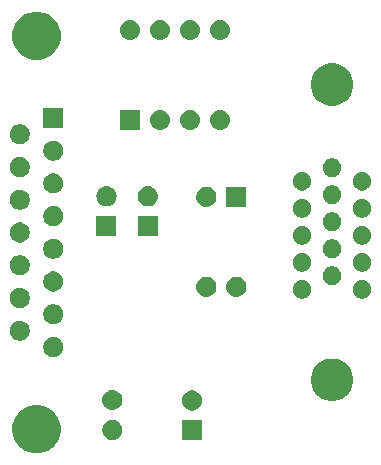
<source format=gbr>
G04 #@! TF.GenerationSoftware,KiCad,Pcbnew,5.0.2+dfsg1-1~bpo9+1*
G04 #@! TF.CreationDate,2021-10-31T12:26:06+01:00*
G04 #@! TF.ProjectId,MAC-VGA,4d41432d-5647-4412-9e6b-696361645f70,rev?*
G04 #@! TF.SameCoordinates,Original*
G04 #@! TF.FileFunction,Soldermask,Bot*
G04 #@! TF.FilePolarity,Negative*
%FSLAX46Y46*%
G04 Gerber Fmt 4.6, Leading zero omitted, Abs format (unit mm)*
G04 Created by KiCad (PCBNEW 5.0.2+dfsg1-1~bpo9+1) date Sun Oct 31 12:26:06 2021*
%MOMM*%
%LPD*%
G01*
G04 APERTURE LIST*
%ADD10C,0.100000*%
G04 APERTURE END LIST*
D10*
G36*
X109178252Y-134702818D02*
X109178254Y-134702819D01*
X109178255Y-134702819D01*
X109551513Y-134857427D01*
X109837752Y-135048686D01*
X109887439Y-135081886D01*
X110173114Y-135367561D01*
X110173116Y-135367564D01*
X110397573Y-135703487D01*
X110518675Y-135995854D01*
X110552182Y-136076748D01*
X110631000Y-136472993D01*
X110631000Y-136877007D01*
X110576082Y-137153100D01*
X110552181Y-137273255D01*
X110397573Y-137646513D01*
X110397572Y-137646514D01*
X110173114Y-137982439D01*
X109887439Y-138268114D01*
X109887436Y-138268116D01*
X109551513Y-138492573D01*
X109178255Y-138647181D01*
X109178254Y-138647181D01*
X109178252Y-138647182D01*
X108782007Y-138726000D01*
X108377993Y-138726000D01*
X107981748Y-138647182D01*
X107981746Y-138647181D01*
X107981745Y-138647181D01*
X107608487Y-138492573D01*
X107272564Y-138268116D01*
X107272561Y-138268114D01*
X106986886Y-137982439D01*
X106762428Y-137646514D01*
X106762427Y-137646513D01*
X106607819Y-137273255D01*
X106583919Y-137153100D01*
X106529000Y-136877007D01*
X106529000Y-136472993D01*
X106607818Y-136076748D01*
X106641325Y-135995854D01*
X106762427Y-135703487D01*
X106986884Y-135367564D01*
X106986886Y-135367561D01*
X107272561Y-135081886D01*
X107322248Y-135048686D01*
X107608487Y-134857427D01*
X107981745Y-134702819D01*
X107981746Y-134702819D01*
X107981748Y-134702818D01*
X108377993Y-134624000D01*
X108782007Y-134624000D01*
X109178252Y-134702818D01*
X109178252Y-134702818D01*
G37*
G36*
X122601000Y-137601000D02*
X120899000Y-137601000D01*
X120899000Y-135899000D01*
X122601000Y-135899000D01*
X122601000Y-137601000D01*
X122601000Y-137601000D01*
G37*
G36*
X115248228Y-135931703D02*
X115403100Y-135995853D01*
X115542481Y-136088985D01*
X115661015Y-136207519D01*
X115754147Y-136346900D01*
X115818297Y-136501772D01*
X115851000Y-136666184D01*
X115851000Y-136833816D01*
X115818297Y-136998228D01*
X115754147Y-137153100D01*
X115661015Y-137292481D01*
X115542481Y-137411015D01*
X115403100Y-137504147D01*
X115248228Y-137568297D01*
X115083816Y-137601000D01*
X114916184Y-137601000D01*
X114751772Y-137568297D01*
X114596900Y-137504147D01*
X114457519Y-137411015D01*
X114338985Y-137292481D01*
X114245853Y-137153100D01*
X114181703Y-136998228D01*
X114149000Y-136833816D01*
X114149000Y-136666184D01*
X114181703Y-136501772D01*
X114245853Y-136346900D01*
X114338985Y-136207519D01*
X114457519Y-136088985D01*
X114596900Y-135995853D01*
X114751772Y-135931703D01*
X114916184Y-135899000D01*
X115083816Y-135899000D01*
X115248228Y-135931703D01*
X115248228Y-135931703D01*
G37*
G36*
X121998228Y-133431703D02*
X122153100Y-133495853D01*
X122292481Y-133588985D01*
X122411015Y-133707519D01*
X122504147Y-133846900D01*
X122568297Y-134001772D01*
X122601000Y-134166184D01*
X122601000Y-134333816D01*
X122568297Y-134498228D01*
X122504147Y-134653100D01*
X122411015Y-134792481D01*
X122292481Y-134911015D01*
X122153100Y-135004147D01*
X121998228Y-135068297D01*
X121833816Y-135101000D01*
X121666184Y-135101000D01*
X121501772Y-135068297D01*
X121346900Y-135004147D01*
X121207519Y-134911015D01*
X121088985Y-134792481D01*
X120995853Y-134653100D01*
X120931703Y-134498228D01*
X120899000Y-134333816D01*
X120899000Y-134166184D01*
X120931703Y-134001772D01*
X120995853Y-133846900D01*
X121088985Y-133707519D01*
X121207519Y-133588985D01*
X121346900Y-133495853D01*
X121501772Y-133431703D01*
X121666184Y-133399000D01*
X121833816Y-133399000D01*
X121998228Y-133431703D01*
X121998228Y-133431703D01*
G37*
G36*
X115166821Y-133371313D02*
X115166824Y-133371314D01*
X115166825Y-133371314D01*
X115327239Y-133419975D01*
X115327241Y-133419976D01*
X115327244Y-133419977D01*
X115475078Y-133498995D01*
X115604659Y-133605341D01*
X115711005Y-133734922D01*
X115790023Y-133882756D01*
X115790024Y-133882759D01*
X115790025Y-133882761D01*
X115838686Y-134043175D01*
X115838687Y-134043179D01*
X115855117Y-134210000D01*
X115838687Y-134376821D01*
X115838686Y-134376824D01*
X115838686Y-134376825D01*
X115801859Y-134498228D01*
X115790023Y-134537244D01*
X115711005Y-134685078D01*
X115604659Y-134814659D01*
X115475078Y-134921005D01*
X115327244Y-135000023D01*
X115327241Y-135000024D01*
X115327239Y-135000025D01*
X115166825Y-135048686D01*
X115166824Y-135048686D01*
X115166821Y-135048687D01*
X115041804Y-135061000D01*
X114958196Y-135061000D01*
X114833179Y-135048687D01*
X114833176Y-135048686D01*
X114833175Y-135048686D01*
X114672761Y-135000025D01*
X114672759Y-135000024D01*
X114672756Y-135000023D01*
X114524922Y-134921005D01*
X114395341Y-134814659D01*
X114288995Y-134685078D01*
X114209977Y-134537244D01*
X114198142Y-134498228D01*
X114161314Y-134376825D01*
X114161314Y-134376824D01*
X114161313Y-134376821D01*
X114144883Y-134210000D01*
X114161313Y-134043179D01*
X114161314Y-134043175D01*
X114209975Y-133882761D01*
X114209976Y-133882759D01*
X114209977Y-133882756D01*
X114288995Y-133734922D01*
X114395341Y-133605341D01*
X114524922Y-133498995D01*
X114672756Y-133419977D01*
X114672759Y-133419976D01*
X114672761Y-133419975D01*
X114833175Y-133371314D01*
X114833176Y-133371314D01*
X114833179Y-133371313D01*
X114958196Y-133359000D01*
X115041804Y-133359000D01*
X115166821Y-133371313D01*
X115166821Y-133371313D01*
G37*
G36*
X134125331Y-130773211D02*
X134453092Y-130908974D01*
X134748073Y-131106074D01*
X134998926Y-131356927D01*
X135196026Y-131651908D01*
X135331789Y-131979669D01*
X135401000Y-132327616D01*
X135401000Y-132682384D01*
X135331789Y-133030331D01*
X135196026Y-133358092D01*
X134998926Y-133653073D01*
X134748073Y-133903926D01*
X134453092Y-134101026D01*
X134125331Y-134236789D01*
X133777384Y-134306000D01*
X133422616Y-134306000D01*
X133074669Y-134236789D01*
X132746908Y-134101026D01*
X132451927Y-133903926D01*
X132201074Y-133653073D01*
X132003974Y-133358092D01*
X131868211Y-133030331D01*
X131799000Y-132682384D01*
X131799000Y-132327616D01*
X131868211Y-131979669D01*
X132003974Y-131651908D01*
X132201074Y-131356927D01*
X132451927Y-131106074D01*
X132746908Y-130908974D01*
X133074669Y-130773211D01*
X133422616Y-130704000D01*
X133777384Y-130704000D01*
X134125331Y-130773211D01*
X134125331Y-130773211D01*
G37*
G36*
X110248228Y-128901703D02*
X110403100Y-128965853D01*
X110542481Y-129058985D01*
X110661015Y-129177519D01*
X110754147Y-129316900D01*
X110818297Y-129471772D01*
X110851000Y-129636184D01*
X110851000Y-129803816D01*
X110818297Y-129968228D01*
X110754147Y-130123100D01*
X110661015Y-130262481D01*
X110542481Y-130381015D01*
X110403100Y-130474147D01*
X110248228Y-130538297D01*
X110083816Y-130571000D01*
X109916184Y-130571000D01*
X109751772Y-130538297D01*
X109596900Y-130474147D01*
X109457519Y-130381015D01*
X109338985Y-130262481D01*
X109245853Y-130123100D01*
X109181703Y-129968228D01*
X109149000Y-129803816D01*
X109149000Y-129636184D01*
X109181703Y-129471772D01*
X109245853Y-129316900D01*
X109338985Y-129177519D01*
X109457519Y-129058985D01*
X109596900Y-128965853D01*
X109751772Y-128901703D01*
X109916184Y-128869000D01*
X110083816Y-128869000D01*
X110248228Y-128901703D01*
X110248228Y-128901703D01*
G37*
G36*
X107408228Y-127516703D02*
X107563100Y-127580853D01*
X107702481Y-127673985D01*
X107821015Y-127792519D01*
X107914147Y-127931900D01*
X107978297Y-128086772D01*
X108011000Y-128251184D01*
X108011000Y-128418816D01*
X107978297Y-128583228D01*
X107914147Y-128738100D01*
X107821015Y-128877481D01*
X107702481Y-128996015D01*
X107563100Y-129089147D01*
X107408228Y-129153297D01*
X107243816Y-129186000D01*
X107076184Y-129186000D01*
X106911772Y-129153297D01*
X106756900Y-129089147D01*
X106617519Y-128996015D01*
X106498985Y-128877481D01*
X106405853Y-128738100D01*
X106341703Y-128583228D01*
X106309000Y-128418816D01*
X106309000Y-128251184D01*
X106341703Y-128086772D01*
X106405853Y-127931900D01*
X106498985Y-127792519D01*
X106617519Y-127673985D01*
X106756900Y-127580853D01*
X106911772Y-127516703D01*
X107076184Y-127484000D01*
X107243816Y-127484000D01*
X107408228Y-127516703D01*
X107408228Y-127516703D01*
G37*
G36*
X110248228Y-126131703D02*
X110403100Y-126195853D01*
X110542481Y-126288985D01*
X110661015Y-126407519D01*
X110754147Y-126546900D01*
X110818297Y-126701772D01*
X110851000Y-126866184D01*
X110851000Y-127033816D01*
X110818297Y-127198228D01*
X110754147Y-127353100D01*
X110661015Y-127492481D01*
X110542481Y-127611015D01*
X110403100Y-127704147D01*
X110248228Y-127768297D01*
X110083816Y-127801000D01*
X109916184Y-127801000D01*
X109751772Y-127768297D01*
X109596900Y-127704147D01*
X109457519Y-127611015D01*
X109338985Y-127492481D01*
X109245853Y-127353100D01*
X109181703Y-127198228D01*
X109149000Y-127033816D01*
X109149000Y-126866184D01*
X109181703Y-126701772D01*
X109245853Y-126546900D01*
X109338985Y-126407519D01*
X109457519Y-126288985D01*
X109596900Y-126195853D01*
X109751772Y-126131703D01*
X109916184Y-126099000D01*
X110083816Y-126099000D01*
X110248228Y-126131703D01*
X110248228Y-126131703D01*
G37*
G36*
X107408228Y-124746703D02*
X107563100Y-124810853D01*
X107702481Y-124903985D01*
X107821015Y-125022519D01*
X107914147Y-125161900D01*
X107978297Y-125316772D01*
X108011000Y-125481184D01*
X108011000Y-125648816D01*
X107978297Y-125813228D01*
X107914147Y-125968100D01*
X107821015Y-126107481D01*
X107702481Y-126226015D01*
X107563100Y-126319147D01*
X107408228Y-126383297D01*
X107243816Y-126416000D01*
X107076184Y-126416000D01*
X106911772Y-126383297D01*
X106756900Y-126319147D01*
X106617519Y-126226015D01*
X106498985Y-126107481D01*
X106405853Y-125968100D01*
X106341703Y-125813228D01*
X106309000Y-125648816D01*
X106309000Y-125481184D01*
X106341703Y-125316772D01*
X106405853Y-125161900D01*
X106498985Y-125022519D01*
X106617519Y-124903985D01*
X106756900Y-124810853D01*
X106911772Y-124746703D01*
X107076184Y-124714000D01*
X107243816Y-124714000D01*
X107408228Y-124746703D01*
X107408228Y-124746703D01*
G37*
G36*
X136373643Y-124064781D02*
X136519415Y-124125162D01*
X136650611Y-124212824D01*
X136762176Y-124324389D01*
X136849838Y-124455585D01*
X136910219Y-124601357D01*
X136941000Y-124756107D01*
X136941000Y-124913893D01*
X136910219Y-125068643D01*
X136849838Y-125214415D01*
X136762176Y-125345611D01*
X136650611Y-125457176D01*
X136519415Y-125544838D01*
X136373643Y-125605219D01*
X136218893Y-125636000D01*
X136061107Y-125636000D01*
X135906357Y-125605219D01*
X135760585Y-125544838D01*
X135629389Y-125457176D01*
X135517824Y-125345611D01*
X135430162Y-125214415D01*
X135369781Y-125068643D01*
X135339000Y-124913893D01*
X135339000Y-124756107D01*
X135369781Y-124601357D01*
X135430162Y-124455585D01*
X135517824Y-124324389D01*
X135629389Y-124212824D01*
X135760585Y-124125162D01*
X135906357Y-124064781D01*
X136061107Y-124034000D01*
X136218893Y-124034000D01*
X136373643Y-124064781D01*
X136373643Y-124064781D01*
G37*
G36*
X131293643Y-124064781D02*
X131439415Y-124125162D01*
X131570611Y-124212824D01*
X131682176Y-124324389D01*
X131769838Y-124455585D01*
X131830219Y-124601357D01*
X131861000Y-124756107D01*
X131861000Y-124913893D01*
X131830219Y-125068643D01*
X131769838Y-125214415D01*
X131682176Y-125345611D01*
X131570611Y-125457176D01*
X131439415Y-125544838D01*
X131293643Y-125605219D01*
X131138893Y-125636000D01*
X130981107Y-125636000D01*
X130826357Y-125605219D01*
X130680585Y-125544838D01*
X130549389Y-125457176D01*
X130437824Y-125345611D01*
X130350162Y-125214415D01*
X130289781Y-125068643D01*
X130259000Y-124913893D01*
X130259000Y-124756107D01*
X130289781Y-124601357D01*
X130350162Y-124455585D01*
X130437824Y-124324389D01*
X130549389Y-124212824D01*
X130680585Y-124125162D01*
X130826357Y-124064781D01*
X130981107Y-124034000D01*
X131138893Y-124034000D01*
X131293643Y-124064781D01*
X131293643Y-124064781D01*
G37*
G36*
X123126821Y-123781313D02*
X123126824Y-123781314D01*
X123126825Y-123781314D01*
X123287239Y-123829975D01*
X123287241Y-123829976D01*
X123287244Y-123829977D01*
X123435078Y-123908995D01*
X123564659Y-124015341D01*
X123671005Y-124144922D01*
X123750023Y-124292756D01*
X123750024Y-124292759D01*
X123750025Y-124292761D01*
X123759619Y-124324389D01*
X123798687Y-124453179D01*
X123815117Y-124620000D01*
X123798687Y-124786821D01*
X123798686Y-124786824D01*
X123798686Y-124786825D01*
X123753997Y-124934146D01*
X123750023Y-124947244D01*
X123671005Y-125095078D01*
X123564659Y-125224659D01*
X123435078Y-125331005D01*
X123287244Y-125410023D01*
X123287241Y-125410024D01*
X123287239Y-125410025D01*
X123126825Y-125458686D01*
X123126824Y-125458686D01*
X123126821Y-125458687D01*
X123001804Y-125471000D01*
X122918196Y-125471000D01*
X122793179Y-125458687D01*
X122793176Y-125458686D01*
X122793175Y-125458686D01*
X122632761Y-125410025D01*
X122632759Y-125410024D01*
X122632756Y-125410023D01*
X122484922Y-125331005D01*
X122355341Y-125224659D01*
X122248995Y-125095078D01*
X122169977Y-124947244D01*
X122166004Y-124934146D01*
X122121314Y-124786825D01*
X122121314Y-124786824D01*
X122121313Y-124786821D01*
X122104883Y-124620000D01*
X122121313Y-124453179D01*
X122160381Y-124324389D01*
X122169975Y-124292761D01*
X122169976Y-124292759D01*
X122169977Y-124292756D01*
X122248995Y-124144922D01*
X122355341Y-124015341D01*
X122484922Y-123908995D01*
X122632756Y-123829977D01*
X122632759Y-123829976D01*
X122632761Y-123829975D01*
X122793175Y-123781314D01*
X122793176Y-123781314D01*
X122793179Y-123781313D01*
X122918196Y-123769000D01*
X123001804Y-123769000D01*
X123126821Y-123781313D01*
X123126821Y-123781313D01*
G37*
G36*
X125666821Y-123781313D02*
X125666824Y-123781314D01*
X125666825Y-123781314D01*
X125827239Y-123829975D01*
X125827241Y-123829976D01*
X125827244Y-123829977D01*
X125975078Y-123908995D01*
X126104659Y-124015341D01*
X126211005Y-124144922D01*
X126290023Y-124292756D01*
X126290024Y-124292759D01*
X126290025Y-124292761D01*
X126299619Y-124324389D01*
X126338687Y-124453179D01*
X126355117Y-124620000D01*
X126338687Y-124786821D01*
X126338686Y-124786824D01*
X126338686Y-124786825D01*
X126293997Y-124934146D01*
X126290023Y-124947244D01*
X126211005Y-125095078D01*
X126104659Y-125224659D01*
X125975078Y-125331005D01*
X125827244Y-125410023D01*
X125827241Y-125410024D01*
X125827239Y-125410025D01*
X125666825Y-125458686D01*
X125666824Y-125458686D01*
X125666821Y-125458687D01*
X125541804Y-125471000D01*
X125458196Y-125471000D01*
X125333179Y-125458687D01*
X125333176Y-125458686D01*
X125333175Y-125458686D01*
X125172761Y-125410025D01*
X125172759Y-125410024D01*
X125172756Y-125410023D01*
X125024922Y-125331005D01*
X124895341Y-125224659D01*
X124788995Y-125095078D01*
X124709977Y-124947244D01*
X124706004Y-124934146D01*
X124661314Y-124786825D01*
X124661314Y-124786824D01*
X124661313Y-124786821D01*
X124644883Y-124620000D01*
X124661313Y-124453179D01*
X124700381Y-124324389D01*
X124709975Y-124292761D01*
X124709976Y-124292759D01*
X124709977Y-124292756D01*
X124788995Y-124144922D01*
X124895341Y-124015341D01*
X125024922Y-123908995D01*
X125172756Y-123829977D01*
X125172759Y-123829976D01*
X125172761Y-123829975D01*
X125333175Y-123781314D01*
X125333176Y-123781314D01*
X125333179Y-123781313D01*
X125458196Y-123769000D01*
X125541804Y-123769000D01*
X125666821Y-123781313D01*
X125666821Y-123781313D01*
G37*
G36*
X110248228Y-123361703D02*
X110403100Y-123425853D01*
X110542481Y-123518985D01*
X110661015Y-123637519D01*
X110754147Y-123776900D01*
X110818297Y-123931772D01*
X110851000Y-124096184D01*
X110851000Y-124263816D01*
X110818297Y-124428228D01*
X110754147Y-124583100D01*
X110661015Y-124722481D01*
X110542481Y-124841015D01*
X110403100Y-124934147D01*
X110248228Y-124998297D01*
X110083816Y-125031000D01*
X109916184Y-125031000D01*
X109751772Y-124998297D01*
X109596900Y-124934147D01*
X109457519Y-124841015D01*
X109338985Y-124722481D01*
X109245853Y-124583100D01*
X109181703Y-124428228D01*
X109149000Y-124263816D01*
X109149000Y-124096184D01*
X109181703Y-123931772D01*
X109245853Y-123776900D01*
X109338985Y-123637519D01*
X109457519Y-123518985D01*
X109596900Y-123425853D01*
X109751772Y-123361703D01*
X109916184Y-123329000D01*
X110083816Y-123329000D01*
X110248228Y-123361703D01*
X110248228Y-123361703D01*
G37*
G36*
X133833643Y-122924781D02*
X133979415Y-122985162D01*
X134110611Y-123072824D01*
X134222176Y-123184389D01*
X134309838Y-123315585D01*
X134370219Y-123461357D01*
X134401000Y-123616107D01*
X134401000Y-123773893D01*
X134370219Y-123928643D01*
X134309838Y-124074415D01*
X134222176Y-124205611D01*
X134110611Y-124317176D01*
X133979415Y-124404838D01*
X133833643Y-124465219D01*
X133678893Y-124496000D01*
X133521107Y-124496000D01*
X133366357Y-124465219D01*
X133220585Y-124404838D01*
X133089389Y-124317176D01*
X132977824Y-124205611D01*
X132890162Y-124074415D01*
X132829781Y-123928643D01*
X132799000Y-123773893D01*
X132799000Y-123616107D01*
X132829781Y-123461357D01*
X132890162Y-123315585D01*
X132977824Y-123184389D01*
X133089389Y-123072824D01*
X133220585Y-122985162D01*
X133366357Y-122924781D01*
X133521107Y-122894000D01*
X133678893Y-122894000D01*
X133833643Y-122924781D01*
X133833643Y-122924781D01*
G37*
G36*
X107408228Y-121976703D02*
X107563100Y-122040853D01*
X107702481Y-122133985D01*
X107821015Y-122252519D01*
X107914147Y-122391900D01*
X107978297Y-122546772D01*
X108011000Y-122711184D01*
X108011000Y-122878816D01*
X107978297Y-123043228D01*
X107914147Y-123198100D01*
X107821015Y-123337481D01*
X107702481Y-123456015D01*
X107563100Y-123549147D01*
X107408228Y-123613297D01*
X107243816Y-123646000D01*
X107076184Y-123646000D01*
X106911772Y-123613297D01*
X106756900Y-123549147D01*
X106617519Y-123456015D01*
X106498985Y-123337481D01*
X106405853Y-123198100D01*
X106341703Y-123043228D01*
X106309000Y-122878816D01*
X106309000Y-122711184D01*
X106341703Y-122546772D01*
X106405853Y-122391900D01*
X106498985Y-122252519D01*
X106617519Y-122133985D01*
X106756900Y-122040853D01*
X106911772Y-121976703D01*
X107076184Y-121944000D01*
X107243816Y-121944000D01*
X107408228Y-121976703D01*
X107408228Y-121976703D01*
G37*
G36*
X136373643Y-121774781D02*
X136519415Y-121835162D01*
X136650611Y-121922824D01*
X136762176Y-122034389D01*
X136849838Y-122165585D01*
X136910219Y-122311357D01*
X136941000Y-122466107D01*
X136941000Y-122623893D01*
X136910219Y-122778643D01*
X136849838Y-122924415D01*
X136762176Y-123055611D01*
X136650611Y-123167176D01*
X136519415Y-123254838D01*
X136373643Y-123315219D01*
X136218893Y-123346000D01*
X136061107Y-123346000D01*
X135906357Y-123315219D01*
X135760585Y-123254838D01*
X135629389Y-123167176D01*
X135517824Y-123055611D01*
X135430162Y-122924415D01*
X135369781Y-122778643D01*
X135339000Y-122623893D01*
X135339000Y-122466107D01*
X135369781Y-122311357D01*
X135430162Y-122165585D01*
X135517824Y-122034389D01*
X135629389Y-121922824D01*
X135760585Y-121835162D01*
X135906357Y-121774781D01*
X136061107Y-121744000D01*
X136218893Y-121744000D01*
X136373643Y-121774781D01*
X136373643Y-121774781D01*
G37*
G36*
X131293643Y-121774781D02*
X131439415Y-121835162D01*
X131570611Y-121922824D01*
X131682176Y-122034389D01*
X131769838Y-122165585D01*
X131830219Y-122311357D01*
X131861000Y-122466107D01*
X131861000Y-122623893D01*
X131830219Y-122778643D01*
X131769838Y-122924415D01*
X131682176Y-123055611D01*
X131570611Y-123167176D01*
X131439415Y-123254838D01*
X131293643Y-123315219D01*
X131138893Y-123346000D01*
X130981107Y-123346000D01*
X130826357Y-123315219D01*
X130680585Y-123254838D01*
X130549389Y-123167176D01*
X130437824Y-123055611D01*
X130350162Y-122924415D01*
X130289781Y-122778643D01*
X130259000Y-122623893D01*
X130259000Y-122466107D01*
X130289781Y-122311357D01*
X130350162Y-122165585D01*
X130437824Y-122034389D01*
X130549389Y-121922824D01*
X130680585Y-121835162D01*
X130826357Y-121774781D01*
X130981107Y-121744000D01*
X131138893Y-121744000D01*
X131293643Y-121774781D01*
X131293643Y-121774781D01*
G37*
G36*
X110248228Y-120591703D02*
X110403100Y-120655853D01*
X110542481Y-120748985D01*
X110661015Y-120867519D01*
X110754147Y-121006900D01*
X110818297Y-121161772D01*
X110851000Y-121326184D01*
X110851000Y-121493816D01*
X110818297Y-121658228D01*
X110754147Y-121813100D01*
X110661015Y-121952481D01*
X110542481Y-122071015D01*
X110403100Y-122164147D01*
X110248228Y-122228297D01*
X110083816Y-122261000D01*
X109916184Y-122261000D01*
X109751772Y-122228297D01*
X109596900Y-122164147D01*
X109457519Y-122071015D01*
X109338985Y-121952481D01*
X109245853Y-121813100D01*
X109181703Y-121658228D01*
X109149000Y-121493816D01*
X109149000Y-121326184D01*
X109181703Y-121161772D01*
X109245853Y-121006900D01*
X109338985Y-120867519D01*
X109457519Y-120748985D01*
X109596900Y-120655853D01*
X109751772Y-120591703D01*
X109916184Y-120559000D01*
X110083816Y-120559000D01*
X110248228Y-120591703D01*
X110248228Y-120591703D01*
G37*
G36*
X133833643Y-120634781D02*
X133979415Y-120695162D01*
X134110611Y-120782824D01*
X134222176Y-120894389D01*
X134309838Y-121025585D01*
X134370219Y-121171357D01*
X134401000Y-121326107D01*
X134401000Y-121483893D01*
X134370219Y-121638643D01*
X134309838Y-121784415D01*
X134222176Y-121915611D01*
X134110611Y-122027176D01*
X133979415Y-122114838D01*
X133833643Y-122175219D01*
X133678893Y-122206000D01*
X133521107Y-122206000D01*
X133366357Y-122175219D01*
X133220585Y-122114838D01*
X133089389Y-122027176D01*
X132977824Y-121915611D01*
X132890162Y-121784415D01*
X132829781Y-121638643D01*
X132799000Y-121483893D01*
X132799000Y-121326107D01*
X132829781Y-121171357D01*
X132890162Y-121025585D01*
X132977824Y-120894389D01*
X133089389Y-120782824D01*
X133220585Y-120695162D01*
X133366357Y-120634781D01*
X133521107Y-120604000D01*
X133678893Y-120604000D01*
X133833643Y-120634781D01*
X133833643Y-120634781D01*
G37*
G36*
X131293643Y-119484781D02*
X131439415Y-119545162D01*
X131570611Y-119632824D01*
X131682176Y-119744389D01*
X131769838Y-119875585D01*
X131830219Y-120021357D01*
X131861000Y-120176107D01*
X131861000Y-120333893D01*
X131830219Y-120488643D01*
X131769838Y-120634415D01*
X131682176Y-120765611D01*
X131570611Y-120877176D01*
X131439415Y-120964838D01*
X131293643Y-121025219D01*
X131138893Y-121056000D01*
X130981107Y-121056000D01*
X130826357Y-121025219D01*
X130680585Y-120964838D01*
X130549389Y-120877176D01*
X130437824Y-120765611D01*
X130350162Y-120634415D01*
X130289781Y-120488643D01*
X130259000Y-120333893D01*
X130259000Y-120176107D01*
X130289781Y-120021357D01*
X130350162Y-119875585D01*
X130437824Y-119744389D01*
X130549389Y-119632824D01*
X130680585Y-119545162D01*
X130826357Y-119484781D01*
X130981107Y-119454000D01*
X131138893Y-119454000D01*
X131293643Y-119484781D01*
X131293643Y-119484781D01*
G37*
G36*
X136373643Y-119480781D02*
X136519415Y-119541162D01*
X136650611Y-119628824D01*
X136762176Y-119740389D01*
X136849838Y-119871585D01*
X136910219Y-120017357D01*
X136941000Y-120172107D01*
X136941000Y-120329893D01*
X136910219Y-120484643D01*
X136849838Y-120630415D01*
X136762176Y-120761611D01*
X136650611Y-120873176D01*
X136519415Y-120960838D01*
X136373643Y-121021219D01*
X136218893Y-121052000D01*
X136061107Y-121052000D01*
X135906357Y-121021219D01*
X135760585Y-120960838D01*
X135629389Y-120873176D01*
X135517824Y-120761611D01*
X135430162Y-120630415D01*
X135369781Y-120484643D01*
X135339000Y-120329893D01*
X135339000Y-120172107D01*
X135369781Y-120017357D01*
X135430162Y-119871585D01*
X135517824Y-119740389D01*
X135629389Y-119628824D01*
X135760585Y-119541162D01*
X135906357Y-119480781D01*
X136061107Y-119450000D01*
X136218893Y-119450000D01*
X136373643Y-119480781D01*
X136373643Y-119480781D01*
G37*
G36*
X107408228Y-119206703D02*
X107563100Y-119270853D01*
X107702481Y-119363985D01*
X107821015Y-119482519D01*
X107914147Y-119621900D01*
X107978297Y-119776772D01*
X108011000Y-119941184D01*
X108011000Y-120108816D01*
X107978297Y-120273228D01*
X107914147Y-120428100D01*
X107821015Y-120567481D01*
X107702481Y-120686015D01*
X107563100Y-120779147D01*
X107408228Y-120843297D01*
X107243816Y-120876000D01*
X107076184Y-120876000D01*
X106911772Y-120843297D01*
X106756900Y-120779147D01*
X106617519Y-120686015D01*
X106498985Y-120567481D01*
X106405853Y-120428100D01*
X106341703Y-120273228D01*
X106309000Y-120108816D01*
X106309000Y-119941184D01*
X106341703Y-119776772D01*
X106405853Y-119621900D01*
X106498985Y-119482519D01*
X106617519Y-119363985D01*
X106756900Y-119270853D01*
X106911772Y-119206703D01*
X107076184Y-119174000D01*
X107243816Y-119174000D01*
X107408228Y-119206703D01*
X107408228Y-119206703D01*
G37*
G36*
X118851000Y-120351000D02*
X117149000Y-120351000D01*
X117149000Y-118649000D01*
X118851000Y-118649000D01*
X118851000Y-120351000D01*
X118851000Y-120351000D01*
G37*
G36*
X115351000Y-120351000D02*
X113649000Y-120351000D01*
X113649000Y-118649000D01*
X115351000Y-118649000D01*
X115351000Y-120351000D01*
X115351000Y-120351000D01*
G37*
G36*
X133833643Y-118344781D02*
X133979415Y-118405162D01*
X134110611Y-118492824D01*
X134222176Y-118604389D01*
X134309838Y-118735585D01*
X134370219Y-118881357D01*
X134401000Y-119036107D01*
X134401000Y-119193893D01*
X134370219Y-119348643D01*
X134309838Y-119494415D01*
X134222176Y-119625611D01*
X134110611Y-119737176D01*
X133979415Y-119824838D01*
X133833643Y-119885219D01*
X133678893Y-119916000D01*
X133521107Y-119916000D01*
X133366357Y-119885219D01*
X133220585Y-119824838D01*
X133089389Y-119737176D01*
X132977824Y-119625611D01*
X132890162Y-119494415D01*
X132829781Y-119348643D01*
X132799000Y-119193893D01*
X132799000Y-119036107D01*
X132829781Y-118881357D01*
X132890162Y-118735585D01*
X132977824Y-118604389D01*
X133089389Y-118492824D01*
X133220585Y-118405162D01*
X133366357Y-118344781D01*
X133521107Y-118314000D01*
X133678893Y-118314000D01*
X133833643Y-118344781D01*
X133833643Y-118344781D01*
G37*
G36*
X110248228Y-117821703D02*
X110403100Y-117885853D01*
X110542481Y-117978985D01*
X110661015Y-118097519D01*
X110754147Y-118236900D01*
X110818297Y-118391772D01*
X110851000Y-118556184D01*
X110851000Y-118723816D01*
X110818297Y-118888228D01*
X110754147Y-119043100D01*
X110661015Y-119182481D01*
X110542481Y-119301015D01*
X110403100Y-119394147D01*
X110248228Y-119458297D01*
X110083816Y-119491000D01*
X109916184Y-119491000D01*
X109751772Y-119458297D01*
X109596900Y-119394147D01*
X109457519Y-119301015D01*
X109338985Y-119182481D01*
X109245853Y-119043100D01*
X109181703Y-118888228D01*
X109149000Y-118723816D01*
X109149000Y-118556184D01*
X109181703Y-118391772D01*
X109245853Y-118236900D01*
X109338985Y-118097519D01*
X109457519Y-117978985D01*
X109596900Y-117885853D01*
X109751772Y-117821703D01*
X109916184Y-117789000D01*
X110083816Y-117789000D01*
X110248228Y-117821703D01*
X110248228Y-117821703D01*
G37*
G36*
X136373643Y-117194781D02*
X136519415Y-117255162D01*
X136650611Y-117342824D01*
X136762176Y-117454389D01*
X136849838Y-117585585D01*
X136910219Y-117731357D01*
X136941000Y-117886107D01*
X136941000Y-118043893D01*
X136910219Y-118198643D01*
X136849838Y-118344415D01*
X136762176Y-118475611D01*
X136650611Y-118587176D01*
X136519415Y-118674838D01*
X136373643Y-118735219D01*
X136218893Y-118766000D01*
X136061107Y-118766000D01*
X135906357Y-118735219D01*
X135760585Y-118674838D01*
X135629389Y-118587176D01*
X135517824Y-118475611D01*
X135430162Y-118344415D01*
X135369781Y-118198643D01*
X135339000Y-118043893D01*
X135339000Y-117886107D01*
X135369781Y-117731357D01*
X135430162Y-117585585D01*
X135517824Y-117454389D01*
X135629389Y-117342824D01*
X135760585Y-117255162D01*
X135906357Y-117194781D01*
X136061107Y-117164000D01*
X136218893Y-117164000D01*
X136373643Y-117194781D01*
X136373643Y-117194781D01*
G37*
G36*
X131293643Y-117194781D02*
X131439415Y-117255162D01*
X131570611Y-117342824D01*
X131682176Y-117454389D01*
X131769838Y-117585585D01*
X131830219Y-117731357D01*
X131861000Y-117886107D01*
X131861000Y-118043893D01*
X131830219Y-118198643D01*
X131769838Y-118344415D01*
X131682176Y-118475611D01*
X131570611Y-118587176D01*
X131439415Y-118674838D01*
X131293643Y-118735219D01*
X131138893Y-118766000D01*
X130981107Y-118766000D01*
X130826357Y-118735219D01*
X130680585Y-118674838D01*
X130549389Y-118587176D01*
X130437824Y-118475611D01*
X130350162Y-118344415D01*
X130289781Y-118198643D01*
X130259000Y-118043893D01*
X130259000Y-117886107D01*
X130289781Y-117731357D01*
X130350162Y-117585585D01*
X130437824Y-117454389D01*
X130549389Y-117342824D01*
X130680585Y-117255162D01*
X130826357Y-117194781D01*
X130981107Y-117164000D01*
X131138893Y-117164000D01*
X131293643Y-117194781D01*
X131293643Y-117194781D01*
G37*
G36*
X107408228Y-116436703D02*
X107563100Y-116500853D01*
X107702481Y-116593985D01*
X107821015Y-116712519D01*
X107914147Y-116851900D01*
X107978297Y-117006772D01*
X108011000Y-117171184D01*
X108011000Y-117338816D01*
X107978297Y-117503228D01*
X107914147Y-117658100D01*
X107821015Y-117797481D01*
X107702481Y-117916015D01*
X107563100Y-118009147D01*
X107408228Y-118073297D01*
X107243816Y-118106000D01*
X107076184Y-118106000D01*
X106911772Y-118073297D01*
X106756900Y-118009147D01*
X106617519Y-117916015D01*
X106498985Y-117797481D01*
X106405853Y-117658100D01*
X106341703Y-117503228D01*
X106309000Y-117338816D01*
X106309000Y-117171184D01*
X106341703Y-117006772D01*
X106405853Y-116851900D01*
X106498985Y-116712519D01*
X106617519Y-116593985D01*
X106756900Y-116500853D01*
X106911772Y-116436703D01*
X107076184Y-116404000D01*
X107243816Y-116404000D01*
X107408228Y-116436703D01*
X107408228Y-116436703D01*
G37*
G36*
X126351000Y-117851000D02*
X124649000Y-117851000D01*
X124649000Y-116149000D01*
X126351000Y-116149000D01*
X126351000Y-117851000D01*
X126351000Y-117851000D01*
G37*
G36*
X123126821Y-116161313D02*
X123126824Y-116161314D01*
X123126825Y-116161314D01*
X123287239Y-116209975D01*
X123287241Y-116209976D01*
X123287244Y-116209977D01*
X123435078Y-116288995D01*
X123564659Y-116395341D01*
X123671005Y-116524922D01*
X123750023Y-116672756D01*
X123750024Y-116672759D01*
X123750025Y-116672761D01*
X123786552Y-116793175D01*
X123798687Y-116833179D01*
X123815117Y-117000000D01*
X123798687Y-117166821D01*
X123798686Y-117166824D01*
X123798686Y-117166825D01*
X123762159Y-117287239D01*
X123750023Y-117327244D01*
X123671005Y-117475078D01*
X123564659Y-117604659D01*
X123435078Y-117711005D01*
X123287244Y-117790023D01*
X123287241Y-117790024D01*
X123287239Y-117790025D01*
X123126825Y-117838686D01*
X123126824Y-117838686D01*
X123126821Y-117838687D01*
X123001804Y-117851000D01*
X122918196Y-117851000D01*
X122793179Y-117838687D01*
X122793176Y-117838686D01*
X122793175Y-117838686D01*
X122632761Y-117790025D01*
X122632759Y-117790024D01*
X122632756Y-117790023D01*
X122484922Y-117711005D01*
X122355341Y-117604659D01*
X122248995Y-117475078D01*
X122169977Y-117327244D01*
X122157842Y-117287239D01*
X122121314Y-117166825D01*
X122121314Y-117166824D01*
X122121313Y-117166821D01*
X122104883Y-117000000D01*
X122121313Y-116833179D01*
X122133448Y-116793175D01*
X122169975Y-116672761D01*
X122169976Y-116672759D01*
X122169977Y-116672756D01*
X122248995Y-116524922D01*
X122355341Y-116395341D01*
X122484922Y-116288995D01*
X122632756Y-116209977D01*
X122632759Y-116209976D01*
X122632761Y-116209975D01*
X122793175Y-116161314D01*
X122793176Y-116161314D01*
X122793179Y-116161313D01*
X122918196Y-116149000D01*
X123001804Y-116149000D01*
X123126821Y-116161313D01*
X123126821Y-116161313D01*
G37*
G36*
X114666821Y-116121313D02*
X114666824Y-116121314D01*
X114666825Y-116121314D01*
X114827239Y-116169975D01*
X114827241Y-116169976D01*
X114827244Y-116169977D01*
X114975078Y-116248995D01*
X115104659Y-116355341D01*
X115211005Y-116484922D01*
X115290023Y-116632756D01*
X115290024Y-116632759D01*
X115290025Y-116632761D01*
X115314219Y-116712519D01*
X115338687Y-116793179D01*
X115355117Y-116960000D01*
X115338687Y-117126821D01*
X115338686Y-117126824D01*
X115338686Y-117126825D01*
X115318072Y-117194781D01*
X115290023Y-117287244D01*
X115211005Y-117435078D01*
X115104659Y-117564659D01*
X114975078Y-117671005D01*
X114827244Y-117750023D01*
X114827241Y-117750024D01*
X114827239Y-117750025D01*
X114666825Y-117798686D01*
X114666824Y-117798686D01*
X114666821Y-117798687D01*
X114541804Y-117811000D01*
X114458196Y-117811000D01*
X114333179Y-117798687D01*
X114333176Y-117798686D01*
X114333175Y-117798686D01*
X114172761Y-117750025D01*
X114172759Y-117750024D01*
X114172756Y-117750023D01*
X114024922Y-117671005D01*
X113895341Y-117564659D01*
X113788995Y-117435078D01*
X113709977Y-117287244D01*
X113681929Y-117194781D01*
X113661314Y-117126825D01*
X113661314Y-117126824D01*
X113661313Y-117126821D01*
X113644883Y-116960000D01*
X113661313Y-116793179D01*
X113685781Y-116712519D01*
X113709975Y-116632761D01*
X113709976Y-116632759D01*
X113709977Y-116632756D01*
X113788995Y-116484922D01*
X113895341Y-116355341D01*
X114024922Y-116248995D01*
X114172756Y-116169977D01*
X114172759Y-116169976D01*
X114172761Y-116169975D01*
X114333175Y-116121314D01*
X114333176Y-116121314D01*
X114333179Y-116121313D01*
X114458196Y-116109000D01*
X114541804Y-116109000D01*
X114666821Y-116121313D01*
X114666821Y-116121313D01*
G37*
G36*
X118166821Y-116121313D02*
X118166824Y-116121314D01*
X118166825Y-116121314D01*
X118327239Y-116169975D01*
X118327241Y-116169976D01*
X118327244Y-116169977D01*
X118475078Y-116248995D01*
X118604659Y-116355341D01*
X118711005Y-116484922D01*
X118790023Y-116632756D01*
X118790024Y-116632759D01*
X118790025Y-116632761D01*
X118814219Y-116712519D01*
X118838687Y-116793179D01*
X118855117Y-116960000D01*
X118838687Y-117126821D01*
X118838686Y-117126824D01*
X118838686Y-117126825D01*
X118818072Y-117194781D01*
X118790023Y-117287244D01*
X118711005Y-117435078D01*
X118604659Y-117564659D01*
X118475078Y-117671005D01*
X118327244Y-117750023D01*
X118327241Y-117750024D01*
X118327239Y-117750025D01*
X118166825Y-117798686D01*
X118166824Y-117798686D01*
X118166821Y-117798687D01*
X118041804Y-117811000D01*
X117958196Y-117811000D01*
X117833179Y-117798687D01*
X117833176Y-117798686D01*
X117833175Y-117798686D01*
X117672761Y-117750025D01*
X117672759Y-117750024D01*
X117672756Y-117750023D01*
X117524922Y-117671005D01*
X117395341Y-117564659D01*
X117288995Y-117435078D01*
X117209977Y-117287244D01*
X117181929Y-117194781D01*
X117161314Y-117126825D01*
X117161314Y-117126824D01*
X117161313Y-117126821D01*
X117144883Y-116960000D01*
X117161313Y-116793179D01*
X117185781Y-116712519D01*
X117209975Y-116632761D01*
X117209976Y-116632759D01*
X117209977Y-116632756D01*
X117288995Y-116484922D01*
X117395341Y-116355341D01*
X117524922Y-116248995D01*
X117672756Y-116169977D01*
X117672759Y-116169976D01*
X117672761Y-116169975D01*
X117833175Y-116121314D01*
X117833176Y-116121314D01*
X117833179Y-116121313D01*
X117958196Y-116109000D01*
X118041804Y-116109000D01*
X118166821Y-116121313D01*
X118166821Y-116121313D01*
G37*
G36*
X133833643Y-116054781D02*
X133979415Y-116115162D01*
X134110611Y-116202824D01*
X134222176Y-116314389D01*
X134309838Y-116445585D01*
X134370219Y-116591357D01*
X134401000Y-116746107D01*
X134401000Y-116903893D01*
X134370219Y-117058643D01*
X134309838Y-117204415D01*
X134222176Y-117335611D01*
X134110611Y-117447176D01*
X133979415Y-117534838D01*
X133833643Y-117595219D01*
X133678893Y-117626000D01*
X133521107Y-117626000D01*
X133366357Y-117595219D01*
X133220585Y-117534838D01*
X133089389Y-117447176D01*
X132977824Y-117335611D01*
X132890162Y-117204415D01*
X132829781Y-117058643D01*
X132799000Y-116903893D01*
X132799000Y-116746107D01*
X132829781Y-116591357D01*
X132890162Y-116445585D01*
X132977824Y-116314389D01*
X133089389Y-116202824D01*
X133220585Y-116115162D01*
X133366357Y-116054781D01*
X133521107Y-116024000D01*
X133678893Y-116024000D01*
X133833643Y-116054781D01*
X133833643Y-116054781D01*
G37*
G36*
X110248228Y-115051703D02*
X110403100Y-115115853D01*
X110542481Y-115208985D01*
X110661015Y-115327519D01*
X110754147Y-115466900D01*
X110818297Y-115621772D01*
X110851000Y-115786184D01*
X110851000Y-115953816D01*
X110818297Y-116118228D01*
X110754147Y-116273100D01*
X110661015Y-116412481D01*
X110542481Y-116531015D01*
X110403100Y-116624147D01*
X110248228Y-116688297D01*
X110083816Y-116721000D01*
X109916184Y-116721000D01*
X109751772Y-116688297D01*
X109596900Y-116624147D01*
X109457519Y-116531015D01*
X109338985Y-116412481D01*
X109245853Y-116273100D01*
X109181703Y-116118228D01*
X109149000Y-115953816D01*
X109149000Y-115786184D01*
X109181703Y-115621772D01*
X109245853Y-115466900D01*
X109338985Y-115327519D01*
X109457519Y-115208985D01*
X109596900Y-115115853D01*
X109751772Y-115051703D01*
X109916184Y-115019000D01*
X110083816Y-115019000D01*
X110248228Y-115051703D01*
X110248228Y-115051703D01*
G37*
G36*
X136373643Y-114904781D02*
X136519415Y-114965162D01*
X136650611Y-115052824D01*
X136762176Y-115164389D01*
X136849838Y-115295585D01*
X136910219Y-115441357D01*
X136941000Y-115596107D01*
X136941000Y-115753893D01*
X136910219Y-115908643D01*
X136849838Y-116054415D01*
X136762176Y-116185611D01*
X136650611Y-116297176D01*
X136519415Y-116384838D01*
X136373643Y-116445219D01*
X136218893Y-116476000D01*
X136061107Y-116476000D01*
X135906357Y-116445219D01*
X135760585Y-116384838D01*
X135629389Y-116297176D01*
X135517824Y-116185611D01*
X135430162Y-116054415D01*
X135369781Y-115908643D01*
X135339000Y-115753893D01*
X135339000Y-115596107D01*
X135369781Y-115441357D01*
X135430162Y-115295585D01*
X135517824Y-115164389D01*
X135629389Y-115052824D01*
X135760585Y-114965162D01*
X135906357Y-114904781D01*
X136061107Y-114874000D01*
X136218893Y-114874000D01*
X136373643Y-114904781D01*
X136373643Y-114904781D01*
G37*
G36*
X131293643Y-114904781D02*
X131439415Y-114965162D01*
X131570611Y-115052824D01*
X131682176Y-115164389D01*
X131769838Y-115295585D01*
X131830219Y-115441357D01*
X131861000Y-115596107D01*
X131861000Y-115753893D01*
X131830219Y-115908643D01*
X131769838Y-116054415D01*
X131682176Y-116185611D01*
X131570611Y-116297176D01*
X131439415Y-116384838D01*
X131293643Y-116445219D01*
X131138893Y-116476000D01*
X130981107Y-116476000D01*
X130826357Y-116445219D01*
X130680585Y-116384838D01*
X130549389Y-116297176D01*
X130437824Y-116185611D01*
X130350162Y-116054415D01*
X130289781Y-115908643D01*
X130259000Y-115753893D01*
X130259000Y-115596107D01*
X130289781Y-115441357D01*
X130350162Y-115295585D01*
X130437824Y-115164389D01*
X130549389Y-115052824D01*
X130680585Y-114965162D01*
X130826357Y-114904781D01*
X130981107Y-114874000D01*
X131138893Y-114874000D01*
X131293643Y-114904781D01*
X131293643Y-114904781D01*
G37*
G36*
X107408228Y-113666703D02*
X107563100Y-113730853D01*
X107702481Y-113823985D01*
X107821015Y-113942519D01*
X107914147Y-114081900D01*
X107978297Y-114236772D01*
X108011000Y-114401184D01*
X108011000Y-114568816D01*
X107978297Y-114733228D01*
X107914147Y-114888100D01*
X107821015Y-115027481D01*
X107702481Y-115146015D01*
X107563100Y-115239147D01*
X107408228Y-115303297D01*
X107243816Y-115336000D01*
X107076184Y-115336000D01*
X106911772Y-115303297D01*
X106756900Y-115239147D01*
X106617519Y-115146015D01*
X106498985Y-115027481D01*
X106405853Y-114888100D01*
X106341703Y-114733228D01*
X106309000Y-114568816D01*
X106309000Y-114401184D01*
X106341703Y-114236772D01*
X106405853Y-114081900D01*
X106498985Y-113942519D01*
X106617519Y-113823985D01*
X106756900Y-113730853D01*
X106911772Y-113666703D01*
X107076184Y-113634000D01*
X107243816Y-113634000D01*
X107408228Y-113666703D01*
X107408228Y-113666703D01*
G37*
G36*
X133833643Y-113764781D02*
X133979415Y-113825162D01*
X134110611Y-113912824D01*
X134222176Y-114024389D01*
X134309838Y-114155585D01*
X134370219Y-114301357D01*
X134401000Y-114456107D01*
X134401000Y-114613893D01*
X134370219Y-114768643D01*
X134309838Y-114914415D01*
X134222176Y-115045611D01*
X134110611Y-115157176D01*
X133979415Y-115244838D01*
X133833643Y-115305219D01*
X133678893Y-115336000D01*
X133521107Y-115336000D01*
X133366357Y-115305219D01*
X133220585Y-115244838D01*
X133089389Y-115157176D01*
X132977824Y-115045611D01*
X132890162Y-114914415D01*
X132829781Y-114768643D01*
X132799000Y-114613893D01*
X132799000Y-114456107D01*
X132829781Y-114301357D01*
X132890162Y-114155585D01*
X132977824Y-114024389D01*
X133089389Y-113912824D01*
X133220585Y-113825162D01*
X133366357Y-113764781D01*
X133521107Y-113734000D01*
X133678893Y-113734000D01*
X133833643Y-113764781D01*
X133833643Y-113764781D01*
G37*
G36*
X110248228Y-112281703D02*
X110403100Y-112345853D01*
X110542481Y-112438985D01*
X110661015Y-112557519D01*
X110754147Y-112696900D01*
X110818297Y-112851772D01*
X110851000Y-113016184D01*
X110851000Y-113183816D01*
X110818297Y-113348228D01*
X110754147Y-113503100D01*
X110661015Y-113642481D01*
X110542481Y-113761015D01*
X110403100Y-113854147D01*
X110248228Y-113918297D01*
X110083816Y-113951000D01*
X109916184Y-113951000D01*
X109751772Y-113918297D01*
X109596900Y-113854147D01*
X109457519Y-113761015D01*
X109338985Y-113642481D01*
X109245853Y-113503100D01*
X109181703Y-113348228D01*
X109149000Y-113183816D01*
X109149000Y-113016184D01*
X109181703Y-112851772D01*
X109245853Y-112696900D01*
X109338985Y-112557519D01*
X109457519Y-112438985D01*
X109596900Y-112345853D01*
X109751772Y-112281703D01*
X109916184Y-112249000D01*
X110083816Y-112249000D01*
X110248228Y-112281703D01*
X110248228Y-112281703D01*
G37*
G36*
X107408228Y-110896703D02*
X107563100Y-110960853D01*
X107702481Y-111053985D01*
X107821015Y-111172519D01*
X107914147Y-111311900D01*
X107978297Y-111466772D01*
X108011000Y-111631184D01*
X108011000Y-111798816D01*
X107978297Y-111963228D01*
X107914147Y-112118100D01*
X107821015Y-112257481D01*
X107702481Y-112376015D01*
X107563100Y-112469147D01*
X107408228Y-112533297D01*
X107243816Y-112566000D01*
X107076184Y-112566000D01*
X106911772Y-112533297D01*
X106756900Y-112469147D01*
X106617519Y-112376015D01*
X106498985Y-112257481D01*
X106405853Y-112118100D01*
X106341703Y-111963228D01*
X106309000Y-111798816D01*
X106309000Y-111631184D01*
X106341703Y-111466772D01*
X106405853Y-111311900D01*
X106498985Y-111172519D01*
X106617519Y-111053985D01*
X106756900Y-110960853D01*
X106911772Y-110896703D01*
X107076184Y-110864000D01*
X107243816Y-110864000D01*
X107408228Y-110896703D01*
X107408228Y-110896703D01*
G37*
G36*
X124286821Y-109661313D02*
X124286824Y-109661314D01*
X124286825Y-109661314D01*
X124447239Y-109709975D01*
X124447241Y-109709976D01*
X124447244Y-109709977D01*
X124595078Y-109788995D01*
X124724659Y-109895341D01*
X124831005Y-110024922D01*
X124910023Y-110172756D01*
X124958687Y-110333179D01*
X124975117Y-110500000D01*
X124958687Y-110666821D01*
X124910023Y-110827244D01*
X124831005Y-110975078D01*
X124724659Y-111104659D01*
X124595078Y-111211005D01*
X124447244Y-111290023D01*
X124447241Y-111290024D01*
X124447239Y-111290025D01*
X124286825Y-111338686D01*
X124286824Y-111338686D01*
X124286821Y-111338687D01*
X124161804Y-111351000D01*
X124078196Y-111351000D01*
X123953179Y-111338687D01*
X123953176Y-111338686D01*
X123953175Y-111338686D01*
X123792761Y-111290025D01*
X123792759Y-111290024D01*
X123792756Y-111290023D01*
X123644922Y-111211005D01*
X123515341Y-111104659D01*
X123408995Y-110975078D01*
X123329977Y-110827244D01*
X123281313Y-110666821D01*
X123264883Y-110500000D01*
X123281313Y-110333179D01*
X123329977Y-110172756D01*
X123408995Y-110024922D01*
X123515341Y-109895341D01*
X123644922Y-109788995D01*
X123792756Y-109709977D01*
X123792759Y-109709976D01*
X123792761Y-109709975D01*
X123953175Y-109661314D01*
X123953176Y-109661314D01*
X123953179Y-109661313D01*
X124078196Y-109649000D01*
X124161804Y-109649000D01*
X124286821Y-109661313D01*
X124286821Y-109661313D01*
G37*
G36*
X121746821Y-109661313D02*
X121746824Y-109661314D01*
X121746825Y-109661314D01*
X121907239Y-109709975D01*
X121907241Y-109709976D01*
X121907244Y-109709977D01*
X122055078Y-109788995D01*
X122184659Y-109895341D01*
X122291005Y-110024922D01*
X122370023Y-110172756D01*
X122418687Y-110333179D01*
X122435117Y-110500000D01*
X122418687Y-110666821D01*
X122370023Y-110827244D01*
X122291005Y-110975078D01*
X122184659Y-111104659D01*
X122055078Y-111211005D01*
X121907244Y-111290023D01*
X121907241Y-111290024D01*
X121907239Y-111290025D01*
X121746825Y-111338686D01*
X121746824Y-111338686D01*
X121746821Y-111338687D01*
X121621804Y-111351000D01*
X121538196Y-111351000D01*
X121413179Y-111338687D01*
X121413176Y-111338686D01*
X121413175Y-111338686D01*
X121252761Y-111290025D01*
X121252759Y-111290024D01*
X121252756Y-111290023D01*
X121104922Y-111211005D01*
X120975341Y-111104659D01*
X120868995Y-110975078D01*
X120789977Y-110827244D01*
X120741313Y-110666821D01*
X120724883Y-110500000D01*
X120741313Y-110333179D01*
X120789977Y-110172756D01*
X120868995Y-110024922D01*
X120975341Y-109895341D01*
X121104922Y-109788995D01*
X121252756Y-109709977D01*
X121252759Y-109709976D01*
X121252761Y-109709975D01*
X121413175Y-109661314D01*
X121413176Y-109661314D01*
X121413179Y-109661313D01*
X121538196Y-109649000D01*
X121621804Y-109649000D01*
X121746821Y-109661313D01*
X121746821Y-109661313D01*
G37*
G36*
X119206821Y-109661313D02*
X119206824Y-109661314D01*
X119206825Y-109661314D01*
X119367239Y-109709975D01*
X119367241Y-109709976D01*
X119367244Y-109709977D01*
X119515078Y-109788995D01*
X119644659Y-109895341D01*
X119751005Y-110024922D01*
X119830023Y-110172756D01*
X119878687Y-110333179D01*
X119895117Y-110500000D01*
X119878687Y-110666821D01*
X119830023Y-110827244D01*
X119751005Y-110975078D01*
X119644659Y-111104659D01*
X119515078Y-111211005D01*
X119367244Y-111290023D01*
X119367241Y-111290024D01*
X119367239Y-111290025D01*
X119206825Y-111338686D01*
X119206824Y-111338686D01*
X119206821Y-111338687D01*
X119081804Y-111351000D01*
X118998196Y-111351000D01*
X118873179Y-111338687D01*
X118873176Y-111338686D01*
X118873175Y-111338686D01*
X118712761Y-111290025D01*
X118712759Y-111290024D01*
X118712756Y-111290023D01*
X118564922Y-111211005D01*
X118435341Y-111104659D01*
X118328995Y-110975078D01*
X118249977Y-110827244D01*
X118201313Y-110666821D01*
X118184883Y-110500000D01*
X118201313Y-110333179D01*
X118249977Y-110172756D01*
X118328995Y-110024922D01*
X118435341Y-109895341D01*
X118564922Y-109788995D01*
X118712756Y-109709977D01*
X118712759Y-109709976D01*
X118712761Y-109709975D01*
X118873175Y-109661314D01*
X118873176Y-109661314D01*
X118873179Y-109661313D01*
X118998196Y-109649000D01*
X119081804Y-109649000D01*
X119206821Y-109661313D01*
X119206821Y-109661313D01*
G37*
G36*
X117351000Y-111351000D02*
X115649000Y-111351000D01*
X115649000Y-109649000D01*
X117351000Y-109649000D01*
X117351000Y-111351000D01*
X117351000Y-111351000D01*
G37*
G36*
X110851000Y-111181000D02*
X109149000Y-111181000D01*
X109149000Y-109479000D01*
X110851000Y-109479000D01*
X110851000Y-111181000D01*
X110851000Y-111181000D01*
G37*
G36*
X134125331Y-105773211D02*
X134453092Y-105908974D01*
X134748073Y-106106074D01*
X134998926Y-106356927D01*
X135196026Y-106651908D01*
X135331789Y-106979669D01*
X135401000Y-107327616D01*
X135401000Y-107682384D01*
X135331789Y-108030331D01*
X135196026Y-108358092D01*
X134998926Y-108653073D01*
X134748073Y-108903926D01*
X134453092Y-109101026D01*
X134125331Y-109236789D01*
X133777384Y-109306000D01*
X133422616Y-109306000D01*
X133074669Y-109236789D01*
X132746908Y-109101026D01*
X132451927Y-108903926D01*
X132201074Y-108653073D01*
X132003974Y-108358092D01*
X131868211Y-108030331D01*
X131799000Y-107682384D01*
X131799000Y-107327616D01*
X131868211Y-106979669D01*
X132003974Y-106651908D01*
X132201074Y-106356927D01*
X132451927Y-106106074D01*
X132746908Y-105908974D01*
X133074669Y-105773211D01*
X133422616Y-105704000D01*
X133777384Y-105704000D01*
X134125331Y-105773211D01*
X134125331Y-105773211D01*
G37*
G36*
X109178252Y-101402818D02*
X109178254Y-101402819D01*
X109178255Y-101402819D01*
X109551513Y-101557427D01*
X109551514Y-101557428D01*
X109887439Y-101781886D01*
X110173114Y-102067561D01*
X110173116Y-102067564D01*
X110397573Y-102403487D01*
X110525851Y-102713179D01*
X110552182Y-102776748D01*
X110631000Y-103172993D01*
X110631000Y-103577007D01*
X110612498Y-103670025D01*
X110552181Y-103973255D01*
X110397573Y-104346513D01*
X110397572Y-104346514D01*
X110173114Y-104682439D01*
X109887439Y-104968114D01*
X109887436Y-104968116D01*
X109551513Y-105192573D01*
X109178255Y-105347181D01*
X109178254Y-105347181D01*
X109178252Y-105347182D01*
X108782007Y-105426000D01*
X108377993Y-105426000D01*
X107981748Y-105347182D01*
X107981746Y-105347181D01*
X107981745Y-105347181D01*
X107608487Y-105192573D01*
X107272564Y-104968116D01*
X107272561Y-104968114D01*
X106986886Y-104682439D01*
X106762428Y-104346514D01*
X106762427Y-104346513D01*
X106607819Y-103973255D01*
X106547503Y-103670025D01*
X106529000Y-103577007D01*
X106529000Y-103172993D01*
X106607818Y-102776748D01*
X106634149Y-102713179D01*
X106762427Y-102403487D01*
X106986884Y-102067564D01*
X106986886Y-102067561D01*
X107272561Y-101781886D01*
X107608486Y-101557428D01*
X107608487Y-101557427D01*
X107981745Y-101402819D01*
X107981746Y-101402819D01*
X107981748Y-101402818D01*
X108377993Y-101324000D01*
X108782007Y-101324000D01*
X109178252Y-101402818D01*
X109178252Y-101402818D01*
G37*
G36*
X124286821Y-102041313D02*
X124286824Y-102041314D01*
X124286825Y-102041314D01*
X124447239Y-102089975D01*
X124447241Y-102089976D01*
X124447244Y-102089977D01*
X124595078Y-102168995D01*
X124724659Y-102275341D01*
X124831005Y-102404922D01*
X124910023Y-102552756D01*
X124958687Y-102713179D01*
X124975117Y-102880000D01*
X124958687Y-103046821D01*
X124910023Y-103207244D01*
X124831005Y-103355078D01*
X124724659Y-103484659D01*
X124595078Y-103591005D01*
X124447244Y-103670023D01*
X124447241Y-103670024D01*
X124447239Y-103670025D01*
X124286825Y-103718686D01*
X124286824Y-103718686D01*
X124286821Y-103718687D01*
X124161804Y-103731000D01*
X124078196Y-103731000D01*
X123953179Y-103718687D01*
X123953176Y-103718686D01*
X123953175Y-103718686D01*
X123792761Y-103670025D01*
X123792759Y-103670024D01*
X123792756Y-103670023D01*
X123644922Y-103591005D01*
X123515341Y-103484659D01*
X123408995Y-103355078D01*
X123329977Y-103207244D01*
X123281313Y-103046821D01*
X123264883Y-102880000D01*
X123281313Y-102713179D01*
X123329977Y-102552756D01*
X123408995Y-102404922D01*
X123515341Y-102275341D01*
X123644922Y-102168995D01*
X123792756Y-102089977D01*
X123792759Y-102089976D01*
X123792761Y-102089975D01*
X123953175Y-102041314D01*
X123953176Y-102041314D01*
X123953179Y-102041313D01*
X124078196Y-102029000D01*
X124161804Y-102029000D01*
X124286821Y-102041313D01*
X124286821Y-102041313D01*
G37*
G36*
X116666821Y-102041313D02*
X116666824Y-102041314D01*
X116666825Y-102041314D01*
X116827239Y-102089975D01*
X116827241Y-102089976D01*
X116827244Y-102089977D01*
X116975078Y-102168995D01*
X117104659Y-102275341D01*
X117211005Y-102404922D01*
X117290023Y-102552756D01*
X117338687Y-102713179D01*
X117355117Y-102880000D01*
X117338687Y-103046821D01*
X117290023Y-103207244D01*
X117211005Y-103355078D01*
X117104659Y-103484659D01*
X116975078Y-103591005D01*
X116827244Y-103670023D01*
X116827241Y-103670024D01*
X116827239Y-103670025D01*
X116666825Y-103718686D01*
X116666824Y-103718686D01*
X116666821Y-103718687D01*
X116541804Y-103731000D01*
X116458196Y-103731000D01*
X116333179Y-103718687D01*
X116333176Y-103718686D01*
X116333175Y-103718686D01*
X116172761Y-103670025D01*
X116172759Y-103670024D01*
X116172756Y-103670023D01*
X116024922Y-103591005D01*
X115895341Y-103484659D01*
X115788995Y-103355078D01*
X115709977Y-103207244D01*
X115661313Y-103046821D01*
X115644883Y-102880000D01*
X115661313Y-102713179D01*
X115709977Y-102552756D01*
X115788995Y-102404922D01*
X115895341Y-102275341D01*
X116024922Y-102168995D01*
X116172756Y-102089977D01*
X116172759Y-102089976D01*
X116172761Y-102089975D01*
X116333175Y-102041314D01*
X116333176Y-102041314D01*
X116333179Y-102041313D01*
X116458196Y-102029000D01*
X116541804Y-102029000D01*
X116666821Y-102041313D01*
X116666821Y-102041313D01*
G37*
G36*
X119206821Y-102041313D02*
X119206824Y-102041314D01*
X119206825Y-102041314D01*
X119367239Y-102089975D01*
X119367241Y-102089976D01*
X119367244Y-102089977D01*
X119515078Y-102168995D01*
X119644659Y-102275341D01*
X119751005Y-102404922D01*
X119830023Y-102552756D01*
X119878687Y-102713179D01*
X119895117Y-102880000D01*
X119878687Y-103046821D01*
X119830023Y-103207244D01*
X119751005Y-103355078D01*
X119644659Y-103484659D01*
X119515078Y-103591005D01*
X119367244Y-103670023D01*
X119367241Y-103670024D01*
X119367239Y-103670025D01*
X119206825Y-103718686D01*
X119206824Y-103718686D01*
X119206821Y-103718687D01*
X119081804Y-103731000D01*
X118998196Y-103731000D01*
X118873179Y-103718687D01*
X118873176Y-103718686D01*
X118873175Y-103718686D01*
X118712761Y-103670025D01*
X118712759Y-103670024D01*
X118712756Y-103670023D01*
X118564922Y-103591005D01*
X118435341Y-103484659D01*
X118328995Y-103355078D01*
X118249977Y-103207244D01*
X118201313Y-103046821D01*
X118184883Y-102880000D01*
X118201313Y-102713179D01*
X118249977Y-102552756D01*
X118328995Y-102404922D01*
X118435341Y-102275341D01*
X118564922Y-102168995D01*
X118712756Y-102089977D01*
X118712759Y-102089976D01*
X118712761Y-102089975D01*
X118873175Y-102041314D01*
X118873176Y-102041314D01*
X118873179Y-102041313D01*
X118998196Y-102029000D01*
X119081804Y-102029000D01*
X119206821Y-102041313D01*
X119206821Y-102041313D01*
G37*
G36*
X121746821Y-102041313D02*
X121746824Y-102041314D01*
X121746825Y-102041314D01*
X121907239Y-102089975D01*
X121907241Y-102089976D01*
X121907244Y-102089977D01*
X122055078Y-102168995D01*
X122184659Y-102275341D01*
X122291005Y-102404922D01*
X122370023Y-102552756D01*
X122418687Y-102713179D01*
X122435117Y-102880000D01*
X122418687Y-103046821D01*
X122370023Y-103207244D01*
X122291005Y-103355078D01*
X122184659Y-103484659D01*
X122055078Y-103591005D01*
X121907244Y-103670023D01*
X121907241Y-103670024D01*
X121907239Y-103670025D01*
X121746825Y-103718686D01*
X121746824Y-103718686D01*
X121746821Y-103718687D01*
X121621804Y-103731000D01*
X121538196Y-103731000D01*
X121413179Y-103718687D01*
X121413176Y-103718686D01*
X121413175Y-103718686D01*
X121252761Y-103670025D01*
X121252759Y-103670024D01*
X121252756Y-103670023D01*
X121104922Y-103591005D01*
X120975341Y-103484659D01*
X120868995Y-103355078D01*
X120789977Y-103207244D01*
X120741313Y-103046821D01*
X120724883Y-102880000D01*
X120741313Y-102713179D01*
X120789977Y-102552756D01*
X120868995Y-102404922D01*
X120975341Y-102275341D01*
X121104922Y-102168995D01*
X121252756Y-102089977D01*
X121252759Y-102089976D01*
X121252761Y-102089975D01*
X121413175Y-102041314D01*
X121413176Y-102041314D01*
X121413179Y-102041313D01*
X121538196Y-102029000D01*
X121621804Y-102029000D01*
X121746821Y-102041313D01*
X121746821Y-102041313D01*
G37*
M02*

</source>
